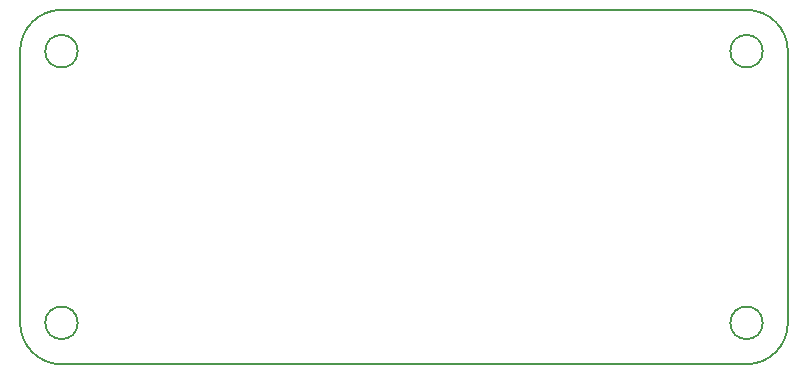
<source format=gm1>
G04 #@! TF.GenerationSoftware,KiCad,Pcbnew,(5.0.2)*
G04 #@! TF.CreationDate,2020-11-06T15:24:57+00:00*
G04 #@! TF.ProjectId,alto,616c746f-2e6b-4696-9361-645f70636258,rev?*
G04 #@! TF.SameCoordinates,Original*
G04 #@! TF.FileFunction,Profile,NP*
%FSLAX46Y46*%
G04 Gerber Fmt 4.6, Leading zero omitted, Abs format (unit mm)*
G04 Created by KiCad (PCBNEW (5.0.2)) date Fri 06 Nov 2020 15:24:57 GMT*
%MOMM*%
%LPD*%
G01*
G04 APERTURE LIST*
%ADD10C,0.150000*%
G04 APERTURE END LIST*
D10*
X157000000Y-80000000D02*
X161500000Y-80000000D01*
X103500000Y-80000000D02*
X157000000Y-80000000D01*
X104875000Y-76500000D02*
G75*
G03X104875000Y-76500000I-1375000J0D01*
G01*
X162875000Y-76500000D02*
G75*
G03X162875000Y-76500000I-1375000J0D01*
G01*
X100000000Y-76500000D02*
X100000000Y-53500000D01*
X165000000Y-53500000D02*
X165000000Y-76500000D01*
X103500000Y-50000000D02*
X161500000Y-50000000D01*
X103500000Y-80000000D02*
G75*
G02X100000000Y-76500000I0J3500000D01*
G01*
X165000000Y-76500000D02*
G75*
G02X161500000Y-80000000I-3500000J0D01*
G01*
X100000000Y-53500000D02*
G75*
G02X103500000Y-50000000I3500000J0D01*
G01*
X161500000Y-50000000D02*
G75*
G02X165000000Y-53500000I0J-3500000D01*
G01*
X162875000Y-53500000D02*
G75*
G03X162875000Y-53500000I-1375000J0D01*
G01*
X104875000Y-53500000D02*
G75*
G03X104875000Y-53500000I-1375000J0D01*
G01*
M02*

</source>
